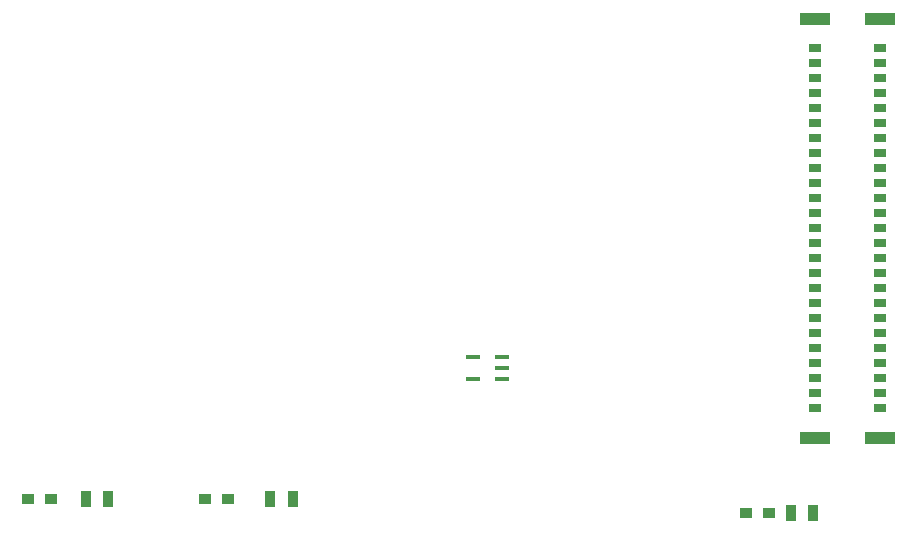
<source format=gbr>
G04 EasyPC Gerber Version 21.0.3 Build 4286 *
%FSLAX35Y35*%
%MOIN*%
%ADD92R,0.03537X0.05309*%
%ADD136R,0.04521X0.01569*%
%ADD134R,0.03931X0.02750*%
%ADD94R,0.04324X0.03734*%
%ADD135R,0.10230X0.04324*%
X0Y0D02*
D02*
D92*
X86274Y20014D03*
X93754D03*
X147888D03*
X155368D03*
X321313Y15250D03*
X328793D03*
D02*
D94*
X67179Y20014D03*
X74659D03*
X126234D03*
X133715D03*
X306510Y15250D03*
X313990D03*
D02*
D134*
X329423Y50250D03*
Y55250D03*
Y60250D03*
Y65250D03*
Y70250D03*
Y75250D03*
Y80250D03*
Y85250D03*
Y90250D03*
Y95250D03*
Y100250D03*
Y105250D03*
Y110250D03*
Y115250D03*
Y120250D03*
Y125250D03*
Y130250D03*
Y135250D03*
Y140250D03*
Y145250D03*
Y150250D03*
Y155250D03*
Y160250D03*
Y165250D03*
Y170250D03*
X351077Y50250D03*
Y55250D03*
Y60250D03*
Y65250D03*
Y70250D03*
Y75250D03*
Y80250D03*
Y85250D03*
Y90250D03*
Y95250D03*
Y100250D03*
Y105250D03*
Y110250D03*
Y115250D03*
Y120250D03*
Y125250D03*
Y130250D03*
Y135250D03*
Y140250D03*
Y145250D03*
Y150250D03*
Y155250D03*
Y160250D03*
Y165250D03*
Y170250D03*
D02*
D135*
X329423Y40368D03*
Y180132D03*
X351077Y40368D03*
Y180132D03*
D02*
D136*
X215329Y59974D03*
Y67455D03*
X225171Y59974D03*
Y63715D03*
Y67455D03*
X0Y0D02*
M02*

</source>
